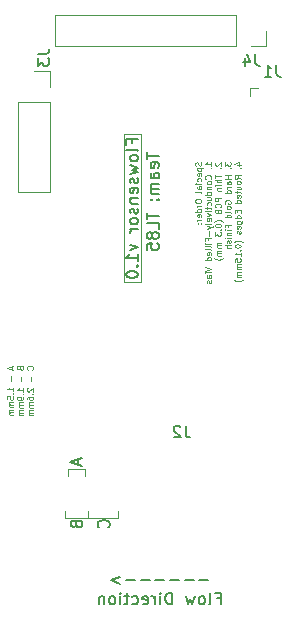
<source format=gbr>
G04 #@! TF.GenerationSoftware,KiCad,Pcbnew,5.1.5+dfsg1-2build2*
G04 #@! TF.CreationDate,2022-01-22T12:50:49-08:00*
G04 #@! TF.ProjectId,pcb_v1,7063625f-7631-42e6-9b69-6361645f7063,rev?*
G04 #@! TF.SameCoordinates,Original*
G04 #@! TF.FileFunction,Legend,Bot*
G04 #@! TF.FilePolarity,Positive*
%FSLAX46Y46*%
G04 Gerber Fmt 4.6, Leading zero omitted, Abs format (unit mm)*
G04 Created by KiCad (PCBNEW 5.1.5+dfsg1-2build2) date 2022-01-22 12:50:49*
%MOMM*%
%LPD*%
G04 APERTURE LIST*
%ADD10C,0.080000*%
%ADD11C,0.150000*%
%ADD12C,0.120000*%
G04 APERTURE END LIST*
D10*
X160503333Y-110678571D02*
X160503333Y-110916666D01*
X160646190Y-110630952D02*
X160146190Y-110797619D01*
X160646190Y-110964285D01*
X160455714Y-111511904D02*
X160455714Y-111892857D01*
X160646190Y-112773809D02*
X160646190Y-112488095D01*
X160646190Y-112630952D02*
X160146190Y-112630952D01*
X160217619Y-112583333D01*
X160265238Y-112535714D01*
X160289047Y-112488095D01*
X160598571Y-112988095D02*
X160622380Y-113011904D01*
X160646190Y-112988095D01*
X160622380Y-112964285D01*
X160598571Y-112988095D01*
X160646190Y-112988095D01*
X160146190Y-113464285D02*
X160146190Y-113226190D01*
X160384285Y-113202380D01*
X160360476Y-113226190D01*
X160336666Y-113273809D01*
X160336666Y-113392857D01*
X160360476Y-113440476D01*
X160384285Y-113464285D01*
X160431904Y-113488095D01*
X160550952Y-113488095D01*
X160598571Y-113464285D01*
X160622380Y-113440476D01*
X160646190Y-113392857D01*
X160646190Y-113273809D01*
X160622380Y-113226190D01*
X160598571Y-113202380D01*
X160646190Y-113702380D02*
X160312857Y-113702380D01*
X160360476Y-113702380D02*
X160336666Y-113726190D01*
X160312857Y-113773809D01*
X160312857Y-113845238D01*
X160336666Y-113892857D01*
X160384285Y-113916666D01*
X160646190Y-113916666D01*
X160384285Y-113916666D02*
X160336666Y-113940476D01*
X160312857Y-113988095D01*
X160312857Y-114059523D01*
X160336666Y-114107142D01*
X160384285Y-114130952D01*
X160646190Y-114130952D01*
X160646190Y-114369047D02*
X160312857Y-114369047D01*
X160360476Y-114369047D02*
X160336666Y-114392857D01*
X160312857Y-114440476D01*
X160312857Y-114511904D01*
X160336666Y-114559523D01*
X160384285Y-114583333D01*
X160646190Y-114583333D01*
X160384285Y-114583333D02*
X160336666Y-114607142D01*
X160312857Y-114654761D01*
X160312857Y-114726190D01*
X160336666Y-114773809D01*
X160384285Y-114797619D01*
X160646190Y-114797619D01*
X161214285Y-110833333D02*
X161238095Y-110904761D01*
X161261904Y-110928571D01*
X161309523Y-110952380D01*
X161380952Y-110952380D01*
X161428571Y-110928571D01*
X161452380Y-110904761D01*
X161476190Y-110857142D01*
X161476190Y-110666666D01*
X160976190Y-110666666D01*
X160976190Y-110833333D01*
X161000000Y-110880952D01*
X161023809Y-110904761D01*
X161071428Y-110928571D01*
X161119047Y-110928571D01*
X161166666Y-110904761D01*
X161190476Y-110880952D01*
X161214285Y-110833333D01*
X161214285Y-110666666D01*
X161285714Y-111547619D02*
X161285714Y-111928571D01*
X161476190Y-112809523D02*
X161476190Y-112523809D01*
X161476190Y-112666666D02*
X160976190Y-112666666D01*
X161047619Y-112619047D01*
X161095238Y-112571428D01*
X161119047Y-112523809D01*
X161428571Y-113023809D02*
X161452380Y-113047619D01*
X161476190Y-113023809D01*
X161452380Y-113000000D01*
X161428571Y-113023809D01*
X161476190Y-113023809D01*
X161476190Y-113285714D02*
X161476190Y-113380952D01*
X161452380Y-113428571D01*
X161428571Y-113452380D01*
X161357142Y-113500000D01*
X161261904Y-113523809D01*
X161071428Y-113523809D01*
X161023809Y-113500000D01*
X161000000Y-113476190D01*
X160976190Y-113428571D01*
X160976190Y-113333333D01*
X161000000Y-113285714D01*
X161023809Y-113261904D01*
X161071428Y-113238095D01*
X161190476Y-113238095D01*
X161238095Y-113261904D01*
X161261904Y-113285714D01*
X161285714Y-113333333D01*
X161285714Y-113428571D01*
X161261904Y-113476190D01*
X161238095Y-113500000D01*
X161190476Y-113523809D01*
X161476190Y-113738095D02*
X161142857Y-113738095D01*
X161190476Y-113738095D02*
X161166666Y-113761904D01*
X161142857Y-113809523D01*
X161142857Y-113880952D01*
X161166666Y-113928571D01*
X161214285Y-113952380D01*
X161476190Y-113952380D01*
X161214285Y-113952380D02*
X161166666Y-113976190D01*
X161142857Y-114023809D01*
X161142857Y-114095238D01*
X161166666Y-114142857D01*
X161214285Y-114166666D01*
X161476190Y-114166666D01*
X161476190Y-114404761D02*
X161142857Y-114404761D01*
X161190476Y-114404761D02*
X161166666Y-114428571D01*
X161142857Y-114476190D01*
X161142857Y-114547619D01*
X161166666Y-114595238D01*
X161214285Y-114619047D01*
X161476190Y-114619047D01*
X161214285Y-114619047D02*
X161166666Y-114642857D01*
X161142857Y-114690476D01*
X161142857Y-114761904D01*
X161166666Y-114809523D01*
X161214285Y-114833333D01*
X161476190Y-114833333D01*
X162258571Y-110952380D02*
X162282380Y-110928571D01*
X162306190Y-110857142D01*
X162306190Y-110809523D01*
X162282380Y-110738095D01*
X162234761Y-110690476D01*
X162187142Y-110666666D01*
X162091904Y-110642857D01*
X162020476Y-110642857D01*
X161925238Y-110666666D01*
X161877619Y-110690476D01*
X161830000Y-110738095D01*
X161806190Y-110809523D01*
X161806190Y-110857142D01*
X161830000Y-110928571D01*
X161853809Y-110952380D01*
X162115714Y-111547619D02*
X162115714Y-111928571D01*
X161853809Y-112523809D02*
X161830000Y-112547619D01*
X161806190Y-112595238D01*
X161806190Y-112714285D01*
X161830000Y-112761904D01*
X161853809Y-112785714D01*
X161901428Y-112809523D01*
X161949047Y-112809523D01*
X162020476Y-112785714D01*
X162306190Y-112500000D01*
X162306190Y-112809523D01*
X162258571Y-113023809D02*
X162282380Y-113047619D01*
X162306190Y-113023809D01*
X162282380Y-113000000D01*
X162258571Y-113023809D01*
X162306190Y-113023809D01*
X161806190Y-113476190D02*
X161806190Y-113380952D01*
X161830000Y-113333333D01*
X161853809Y-113309523D01*
X161925238Y-113261904D01*
X162020476Y-113238095D01*
X162210952Y-113238095D01*
X162258571Y-113261904D01*
X162282380Y-113285714D01*
X162306190Y-113333333D01*
X162306190Y-113428571D01*
X162282380Y-113476190D01*
X162258571Y-113500000D01*
X162210952Y-113523809D01*
X162091904Y-113523809D01*
X162044285Y-113500000D01*
X162020476Y-113476190D01*
X161996666Y-113428571D01*
X161996666Y-113333333D01*
X162020476Y-113285714D01*
X162044285Y-113261904D01*
X162091904Y-113238095D01*
X162306190Y-113738095D02*
X161972857Y-113738095D01*
X162020476Y-113738095D02*
X161996666Y-113761904D01*
X161972857Y-113809523D01*
X161972857Y-113880952D01*
X161996666Y-113928571D01*
X162044285Y-113952380D01*
X162306190Y-113952380D01*
X162044285Y-113952380D02*
X161996666Y-113976190D01*
X161972857Y-114023809D01*
X161972857Y-114095238D01*
X161996666Y-114142857D01*
X162044285Y-114166666D01*
X162306190Y-114166666D01*
X162306190Y-114404761D02*
X161972857Y-114404761D01*
X162020476Y-114404761D02*
X161996666Y-114428571D01*
X161972857Y-114476190D01*
X161972857Y-114547619D01*
X161996666Y-114595238D01*
X162044285Y-114619047D01*
X162306190Y-114619047D01*
X162044285Y-114619047D02*
X161996666Y-114642857D01*
X161972857Y-114690476D01*
X161972857Y-114761904D01*
X161996666Y-114809523D01*
X162044285Y-114833333D01*
X162306190Y-114833333D01*
D11*
X171952380Y-92559523D02*
X171952380Y-93130952D01*
X172952380Y-92845238D02*
X171952380Y-92845238D01*
X172904761Y-93845238D02*
X172952380Y-93750000D01*
X172952380Y-93559523D01*
X172904761Y-93464285D01*
X172809523Y-93416666D01*
X172428571Y-93416666D01*
X172333333Y-93464285D01*
X172285714Y-93559523D01*
X172285714Y-93750000D01*
X172333333Y-93845238D01*
X172428571Y-93892857D01*
X172523809Y-93892857D01*
X172619047Y-93416666D01*
X172952380Y-94750000D02*
X172428571Y-94750000D01*
X172333333Y-94702380D01*
X172285714Y-94607142D01*
X172285714Y-94416666D01*
X172333333Y-94321428D01*
X172904761Y-94750000D02*
X172952380Y-94654761D01*
X172952380Y-94416666D01*
X172904761Y-94321428D01*
X172809523Y-94273809D01*
X172714285Y-94273809D01*
X172619047Y-94321428D01*
X172571428Y-94416666D01*
X172571428Y-94654761D01*
X172523809Y-94750000D01*
X172952380Y-95226190D02*
X172285714Y-95226190D01*
X172380952Y-95226190D02*
X172333333Y-95273809D01*
X172285714Y-95369047D01*
X172285714Y-95511904D01*
X172333333Y-95607142D01*
X172428571Y-95654761D01*
X172952380Y-95654761D01*
X172428571Y-95654761D02*
X172333333Y-95702380D01*
X172285714Y-95797619D01*
X172285714Y-95940476D01*
X172333333Y-96035714D01*
X172428571Y-96083333D01*
X172952380Y-96083333D01*
X172857142Y-96559523D02*
X172904761Y-96607142D01*
X172952380Y-96559523D01*
X172904761Y-96511904D01*
X172857142Y-96559523D01*
X172952380Y-96559523D01*
X172333333Y-96559523D02*
X172380952Y-96607142D01*
X172428571Y-96559523D01*
X172380952Y-96511904D01*
X172333333Y-96559523D01*
X172428571Y-96559523D01*
X171952380Y-97654761D02*
X171952380Y-98226190D01*
X172952380Y-97940476D02*
X171952380Y-97940476D01*
X172952380Y-99035714D02*
X172952380Y-98559523D01*
X171952380Y-98559523D01*
X172380952Y-99511904D02*
X172333333Y-99416666D01*
X172285714Y-99369047D01*
X172190476Y-99321428D01*
X172142857Y-99321428D01*
X172047619Y-99369047D01*
X172000000Y-99416666D01*
X171952380Y-99511904D01*
X171952380Y-99702380D01*
X172000000Y-99797619D01*
X172047619Y-99845238D01*
X172142857Y-99892857D01*
X172190476Y-99892857D01*
X172285714Y-99845238D01*
X172333333Y-99797619D01*
X172380952Y-99702380D01*
X172380952Y-99511904D01*
X172428571Y-99416666D01*
X172476190Y-99369047D01*
X172571428Y-99321428D01*
X172761904Y-99321428D01*
X172857142Y-99369047D01*
X172904761Y-99416666D01*
X172952380Y-99511904D01*
X172952380Y-99702380D01*
X172904761Y-99797619D01*
X172857142Y-99845238D01*
X172761904Y-99892857D01*
X172571428Y-99892857D01*
X172476190Y-99845238D01*
X172428571Y-99797619D01*
X172380952Y-99702380D01*
X171952380Y-100797619D02*
X171952380Y-100321428D01*
X172428571Y-100273809D01*
X172380952Y-100321428D01*
X172333333Y-100416666D01*
X172333333Y-100654761D01*
X172380952Y-100750000D01*
X172428571Y-100797619D01*
X172523809Y-100845238D01*
X172761904Y-100845238D01*
X172857142Y-100797619D01*
X172904761Y-100750000D01*
X172952380Y-100654761D01*
X172952380Y-100416666D01*
X172904761Y-100321428D01*
X172857142Y-100273809D01*
D12*
X170000000Y-91000000D02*
X170000000Y-91250000D01*
X171500000Y-91000000D02*
X170000000Y-91000000D01*
X171500000Y-91250000D02*
X171500000Y-91000000D01*
X170000000Y-91250000D02*
X170000000Y-103500000D01*
X171500000Y-103500000D02*
X171500000Y-91250000D01*
X170000000Y-103500000D02*
X171500000Y-103500000D01*
D11*
X170678571Y-91800000D02*
X170678571Y-91466666D01*
X171202380Y-91466666D02*
X170202380Y-91466666D01*
X170202380Y-91942857D01*
X171202380Y-92466666D02*
X171154761Y-92371428D01*
X171059523Y-92323809D01*
X170202380Y-92323809D01*
X171202380Y-92990476D02*
X171154761Y-92895238D01*
X171107142Y-92847619D01*
X171011904Y-92800000D01*
X170726190Y-92800000D01*
X170630952Y-92847619D01*
X170583333Y-92895238D01*
X170535714Y-92990476D01*
X170535714Y-93133333D01*
X170583333Y-93228571D01*
X170630952Y-93276190D01*
X170726190Y-93323809D01*
X171011904Y-93323809D01*
X171107142Y-93276190D01*
X171154761Y-93228571D01*
X171202380Y-93133333D01*
X171202380Y-92990476D01*
X170535714Y-93657142D02*
X171202380Y-93847619D01*
X170726190Y-94038095D01*
X171202380Y-94228571D01*
X170535714Y-94419047D01*
X171154761Y-94752380D02*
X171202380Y-94847619D01*
X171202380Y-95038095D01*
X171154761Y-95133333D01*
X171059523Y-95180952D01*
X171011904Y-95180952D01*
X170916666Y-95133333D01*
X170869047Y-95038095D01*
X170869047Y-94895238D01*
X170821428Y-94800000D01*
X170726190Y-94752380D01*
X170678571Y-94752380D01*
X170583333Y-94800000D01*
X170535714Y-94895238D01*
X170535714Y-95038095D01*
X170583333Y-95133333D01*
X171154761Y-95990476D02*
X171202380Y-95895238D01*
X171202380Y-95704761D01*
X171154761Y-95609523D01*
X171059523Y-95561904D01*
X170678571Y-95561904D01*
X170583333Y-95609523D01*
X170535714Y-95704761D01*
X170535714Y-95895238D01*
X170583333Y-95990476D01*
X170678571Y-96038095D01*
X170773809Y-96038095D01*
X170869047Y-95561904D01*
X170535714Y-96466666D02*
X171202380Y-96466666D01*
X170630952Y-96466666D02*
X170583333Y-96514285D01*
X170535714Y-96609523D01*
X170535714Y-96752380D01*
X170583333Y-96847619D01*
X170678571Y-96895238D01*
X171202380Y-96895238D01*
X171154761Y-97323809D02*
X171202380Y-97419047D01*
X171202380Y-97609523D01*
X171154761Y-97704761D01*
X171059523Y-97752380D01*
X171011904Y-97752380D01*
X170916666Y-97704761D01*
X170869047Y-97609523D01*
X170869047Y-97466666D01*
X170821428Y-97371428D01*
X170726190Y-97323809D01*
X170678571Y-97323809D01*
X170583333Y-97371428D01*
X170535714Y-97466666D01*
X170535714Y-97609523D01*
X170583333Y-97704761D01*
X171202380Y-98323809D02*
X171154761Y-98228571D01*
X171107142Y-98180952D01*
X171011904Y-98133333D01*
X170726190Y-98133333D01*
X170630952Y-98180952D01*
X170583333Y-98228571D01*
X170535714Y-98323809D01*
X170535714Y-98466666D01*
X170583333Y-98561904D01*
X170630952Y-98609523D01*
X170726190Y-98657142D01*
X171011904Y-98657142D01*
X171107142Y-98609523D01*
X171154761Y-98561904D01*
X171202380Y-98466666D01*
X171202380Y-98323809D01*
X171202380Y-99085714D02*
X170535714Y-99085714D01*
X170726190Y-99085714D02*
X170630952Y-99133333D01*
X170583333Y-99180952D01*
X170535714Y-99276190D01*
X170535714Y-99371428D01*
X170535714Y-100371428D02*
X171202380Y-100609523D01*
X170535714Y-100847619D01*
X171202380Y-101752380D02*
X171202380Y-101180952D01*
X171202380Y-101466666D02*
X170202380Y-101466666D01*
X170345238Y-101371428D01*
X170440476Y-101276190D01*
X170488095Y-101180952D01*
X171107142Y-102180952D02*
X171154761Y-102228571D01*
X171202380Y-102180952D01*
X171154761Y-102133333D01*
X171107142Y-102180952D01*
X171202380Y-102180952D01*
X170202380Y-102847619D02*
X170202380Y-102942857D01*
X170250000Y-103038095D01*
X170297619Y-103085714D01*
X170392857Y-103133333D01*
X170583333Y-103180952D01*
X170821428Y-103180952D01*
X171011904Y-103133333D01*
X171107142Y-103085714D01*
X171154761Y-103038095D01*
X171202380Y-102942857D01*
X171202380Y-102847619D01*
X171154761Y-102752380D01*
X171107142Y-102704761D01*
X171011904Y-102657142D01*
X170821428Y-102609523D01*
X170583333Y-102609523D01*
X170392857Y-102657142D01*
X170297619Y-102704761D01*
X170250000Y-102752380D01*
X170202380Y-102847619D01*
X177145238Y-128796428D02*
X176383333Y-128796428D01*
X175907142Y-128796428D02*
X175145238Y-128796428D01*
X174669047Y-128796428D02*
X173907142Y-128796428D01*
X173430952Y-128796428D02*
X172669047Y-128796428D01*
X172192857Y-128796428D02*
X171430952Y-128796428D01*
X170954761Y-128796428D02*
X170192857Y-128796428D01*
X169716666Y-128510714D02*
X168954761Y-128796428D01*
X169716666Y-129082142D01*
X177859523Y-130303571D02*
X178192857Y-130303571D01*
X178192857Y-130827380D02*
X178192857Y-129827380D01*
X177716666Y-129827380D01*
X177192857Y-130827380D02*
X177288095Y-130779761D01*
X177335714Y-130684523D01*
X177335714Y-129827380D01*
X176669047Y-130827380D02*
X176764285Y-130779761D01*
X176811904Y-130732142D01*
X176859523Y-130636904D01*
X176859523Y-130351190D01*
X176811904Y-130255952D01*
X176764285Y-130208333D01*
X176669047Y-130160714D01*
X176526190Y-130160714D01*
X176430952Y-130208333D01*
X176383333Y-130255952D01*
X176335714Y-130351190D01*
X176335714Y-130636904D01*
X176383333Y-130732142D01*
X176430952Y-130779761D01*
X176526190Y-130827380D01*
X176669047Y-130827380D01*
X176002380Y-130160714D02*
X175811904Y-130827380D01*
X175621428Y-130351190D01*
X175430952Y-130827380D01*
X175240476Y-130160714D01*
X174097619Y-130827380D02*
X174097619Y-129827380D01*
X173859523Y-129827380D01*
X173716666Y-129875000D01*
X173621428Y-129970238D01*
X173573809Y-130065476D01*
X173526190Y-130255952D01*
X173526190Y-130398809D01*
X173573809Y-130589285D01*
X173621428Y-130684523D01*
X173716666Y-130779761D01*
X173859523Y-130827380D01*
X174097619Y-130827380D01*
X173097619Y-130827380D02*
X173097619Y-130160714D01*
X173097619Y-129827380D02*
X173145238Y-129875000D01*
X173097619Y-129922619D01*
X173050000Y-129875000D01*
X173097619Y-129827380D01*
X173097619Y-129922619D01*
X172621428Y-130827380D02*
X172621428Y-130160714D01*
X172621428Y-130351190D02*
X172573809Y-130255952D01*
X172526190Y-130208333D01*
X172430952Y-130160714D01*
X172335714Y-130160714D01*
X171621428Y-130779761D02*
X171716666Y-130827380D01*
X171907142Y-130827380D01*
X172002380Y-130779761D01*
X172050000Y-130684523D01*
X172050000Y-130303571D01*
X172002380Y-130208333D01*
X171907142Y-130160714D01*
X171716666Y-130160714D01*
X171621428Y-130208333D01*
X171573809Y-130303571D01*
X171573809Y-130398809D01*
X172050000Y-130494047D01*
X170716666Y-130779761D02*
X170811904Y-130827380D01*
X171002380Y-130827380D01*
X171097619Y-130779761D01*
X171145238Y-130732142D01*
X171192857Y-130636904D01*
X171192857Y-130351190D01*
X171145238Y-130255952D01*
X171097619Y-130208333D01*
X171002380Y-130160714D01*
X170811904Y-130160714D01*
X170716666Y-130208333D01*
X170430952Y-130160714D02*
X170050000Y-130160714D01*
X170288095Y-129827380D02*
X170288095Y-130684523D01*
X170240476Y-130779761D01*
X170145238Y-130827380D01*
X170050000Y-130827380D01*
X169716666Y-130827380D02*
X169716666Y-130160714D01*
X169716666Y-129827380D02*
X169764285Y-129875000D01*
X169716666Y-129922619D01*
X169669047Y-129875000D01*
X169716666Y-129827380D01*
X169716666Y-129922619D01*
X169097619Y-130827380D02*
X169192857Y-130779761D01*
X169240476Y-130732142D01*
X169288095Y-130636904D01*
X169288095Y-130351190D01*
X169240476Y-130255952D01*
X169192857Y-130208333D01*
X169097619Y-130160714D01*
X168954761Y-130160714D01*
X168859523Y-130208333D01*
X168811904Y-130255952D01*
X168764285Y-130351190D01*
X168764285Y-130636904D01*
X168811904Y-130732142D01*
X168859523Y-130779761D01*
X168954761Y-130827380D01*
X169097619Y-130827380D01*
X168335714Y-130160714D02*
X168335714Y-130827380D01*
X168335714Y-130255952D02*
X168288095Y-130208333D01*
X168192857Y-130160714D01*
X168050000Y-130160714D01*
X167954761Y-130208333D01*
X167907142Y-130303571D01*
X167907142Y-130827380D01*
X168707142Y-124309523D02*
X168754761Y-124261904D01*
X168802380Y-124119047D01*
X168802380Y-124023809D01*
X168754761Y-123880952D01*
X168659523Y-123785714D01*
X168564285Y-123738095D01*
X168373809Y-123690476D01*
X168230952Y-123690476D01*
X168040476Y-123738095D01*
X167945238Y-123785714D01*
X167850000Y-123880952D01*
X167802380Y-124023809D01*
X167802380Y-124119047D01*
X167850000Y-124261904D01*
X167897619Y-124309523D01*
D12*
X165050000Y-123500000D02*
X165050000Y-122950000D01*
X167250000Y-123500000D02*
X165050000Y-123500000D01*
D11*
X165978571Y-124071428D02*
X166026190Y-124214285D01*
X166073809Y-124261904D01*
X166169047Y-124309523D01*
X166311904Y-124309523D01*
X166407142Y-124261904D01*
X166454761Y-124214285D01*
X166502380Y-124119047D01*
X166502380Y-123738095D01*
X165502380Y-123738095D01*
X165502380Y-124071428D01*
X165550000Y-124166666D01*
X165597619Y-124214285D01*
X165692857Y-124261904D01*
X165788095Y-124261904D01*
X165883333Y-124214285D01*
X165930952Y-124166666D01*
X165978571Y-124071428D01*
X165978571Y-123738095D01*
D12*
X169550000Y-123500000D02*
X169550000Y-122950000D01*
X167250000Y-123500000D02*
X169550000Y-123500000D01*
X166950000Y-122950000D02*
X166950000Y-123500000D01*
D11*
X166166666Y-118561904D02*
X166166666Y-119038095D01*
X166452380Y-118466666D02*
X165452380Y-118800000D01*
X166452380Y-119133333D01*
D12*
X166750000Y-119350000D02*
X166750000Y-119950000D01*
X165250000Y-119350000D02*
X166750000Y-119350000D01*
X165250000Y-119950000D02*
X165250000Y-119350000D01*
D10*
X176542380Y-93397238D02*
X176566190Y-93468666D01*
X176566190Y-93587714D01*
X176542380Y-93635333D01*
X176518571Y-93659142D01*
X176470952Y-93682952D01*
X176423333Y-93682952D01*
X176375714Y-93659142D01*
X176351904Y-93635333D01*
X176328095Y-93587714D01*
X176304285Y-93492476D01*
X176280476Y-93444857D01*
X176256666Y-93421047D01*
X176209047Y-93397238D01*
X176161428Y-93397238D01*
X176113809Y-93421047D01*
X176090000Y-93444857D01*
X176066190Y-93492476D01*
X176066190Y-93611523D01*
X176090000Y-93682952D01*
X176232857Y-93897238D02*
X176732857Y-93897238D01*
X176256666Y-93897238D02*
X176232857Y-93944857D01*
X176232857Y-94040095D01*
X176256666Y-94087714D01*
X176280476Y-94111523D01*
X176328095Y-94135333D01*
X176470952Y-94135333D01*
X176518571Y-94111523D01*
X176542380Y-94087714D01*
X176566190Y-94040095D01*
X176566190Y-93944857D01*
X176542380Y-93897238D01*
X176542380Y-94540095D02*
X176566190Y-94492476D01*
X176566190Y-94397238D01*
X176542380Y-94349619D01*
X176494761Y-94325809D01*
X176304285Y-94325809D01*
X176256666Y-94349619D01*
X176232857Y-94397238D01*
X176232857Y-94492476D01*
X176256666Y-94540095D01*
X176304285Y-94563904D01*
X176351904Y-94563904D01*
X176399523Y-94325809D01*
X176542380Y-94992476D02*
X176566190Y-94944857D01*
X176566190Y-94849619D01*
X176542380Y-94802000D01*
X176518571Y-94778190D01*
X176470952Y-94754380D01*
X176328095Y-94754380D01*
X176280476Y-94778190D01*
X176256666Y-94802000D01*
X176232857Y-94849619D01*
X176232857Y-94944857D01*
X176256666Y-94992476D01*
X176566190Y-95206761D02*
X176232857Y-95206761D01*
X176066190Y-95206761D02*
X176090000Y-95182952D01*
X176113809Y-95206761D01*
X176090000Y-95230571D01*
X176066190Y-95206761D01*
X176113809Y-95206761D01*
X176566190Y-95659142D02*
X176304285Y-95659142D01*
X176256666Y-95635333D01*
X176232857Y-95587714D01*
X176232857Y-95492476D01*
X176256666Y-95444857D01*
X176542380Y-95659142D02*
X176566190Y-95611523D01*
X176566190Y-95492476D01*
X176542380Y-95444857D01*
X176494761Y-95421047D01*
X176447142Y-95421047D01*
X176399523Y-95444857D01*
X176375714Y-95492476D01*
X176375714Y-95611523D01*
X176351904Y-95659142D01*
X176566190Y-95968666D02*
X176542380Y-95921047D01*
X176494761Y-95897238D01*
X176066190Y-95897238D01*
X176066190Y-96635333D02*
X176066190Y-96730571D01*
X176090000Y-96778190D01*
X176137619Y-96825809D01*
X176232857Y-96849619D01*
X176399523Y-96849619D01*
X176494761Y-96825809D01*
X176542380Y-96778190D01*
X176566190Y-96730571D01*
X176566190Y-96635333D01*
X176542380Y-96587714D01*
X176494761Y-96540095D01*
X176399523Y-96516285D01*
X176232857Y-96516285D01*
X176137619Y-96540095D01*
X176090000Y-96587714D01*
X176066190Y-96635333D01*
X176566190Y-97063904D02*
X176232857Y-97063904D01*
X176328095Y-97063904D02*
X176280476Y-97087714D01*
X176256666Y-97111523D01*
X176232857Y-97159142D01*
X176232857Y-97206761D01*
X176566190Y-97587714D02*
X176066190Y-97587714D01*
X176542380Y-97587714D02*
X176566190Y-97540095D01*
X176566190Y-97444857D01*
X176542380Y-97397238D01*
X176518571Y-97373428D01*
X176470952Y-97349619D01*
X176328095Y-97349619D01*
X176280476Y-97373428D01*
X176256666Y-97397238D01*
X176232857Y-97444857D01*
X176232857Y-97540095D01*
X176256666Y-97587714D01*
X176542380Y-98016285D02*
X176566190Y-97968666D01*
X176566190Y-97873428D01*
X176542380Y-97825809D01*
X176494761Y-97802000D01*
X176304285Y-97802000D01*
X176256666Y-97825809D01*
X176232857Y-97873428D01*
X176232857Y-97968666D01*
X176256666Y-98016285D01*
X176304285Y-98040095D01*
X176351904Y-98040095D01*
X176399523Y-97802000D01*
X176566190Y-98254380D02*
X176232857Y-98254380D01*
X176328095Y-98254380D02*
X176280476Y-98278190D01*
X176256666Y-98302000D01*
X176232857Y-98349619D01*
X176232857Y-98397238D01*
X176518571Y-98563904D02*
X176542380Y-98587714D01*
X176566190Y-98563904D01*
X176542380Y-98540095D01*
X176518571Y-98563904D01*
X176566190Y-98563904D01*
X176256666Y-98563904D02*
X176280476Y-98587714D01*
X176304285Y-98563904D01*
X176280476Y-98540095D01*
X176256666Y-98563904D01*
X176304285Y-98563904D01*
X177396190Y-93682952D02*
X177396190Y-93397238D01*
X177396190Y-93540095D02*
X176896190Y-93540095D01*
X176967619Y-93492476D01*
X177015238Y-93444857D01*
X177039047Y-93397238D01*
X177348571Y-93897238D02*
X177372380Y-93921047D01*
X177396190Y-93897238D01*
X177372380Y-93873428D01*
X177348571Y-93897238D01*
X177396190Y-93897238D01*
X177348571Y-94802000D02*
X177372380Y-94778190D01*
X177396190Y-94706761D01*
X177396190Y-94659142D01*
X177372380Y-94587714D01*
X177324761Y-94540095D01*
X177277142Y-94516285D01*
X177181904Y-94492476D01*
X177110476Y-94492476D01*
X177015238Y-94516285D01*
X176967619Y-94540095D01*
X176920000Y-94587714D01*
X176896190Y-94659142D01*
X176896190Y-94706761D01*
X176920000Y-94778190D01*
X176943809Y-94802000D01*
X177396190Y-95087714D02*
X177372380Y-95040095D01*
X177348571Y-95016285D01*
X177300952Y-94992476D01*
X177158095Y-94992476D01*
X177110476Y-95016285D01*
X177086666Y-95040095D01*
X177062857Y-95087714D01*
X177062857Y-95159142D01*
X177086666Y-95206761D01*
X177110476Y-95230571D01*
X177158095Y-95254380D01*
X177300952Y-95254380D01*
X177348571Y-95230571D01*
X177372380Y-95206761D01*
X177396190Y-95159142D01*
X177396190Y-95087714D01*
X177062857Y-95468666D02*
X177396190Y-95468666D01*
X177110476Y-95468666D02*
X177086666Y-95492476D01*
X177062857Y-95540095D01*
X177062857Y-95611523D01*
X177086666Y-95659142D01*
X177134285Y-95682952D01*
X177396190Y-95682952D01*
X177396190Y-96135333D02*
X176896190Y-96135333D01*
X177372380Y-96135333D02*
X177396190Y-96087714D01*
X177396190Y-95992476D01*
X177372380Y-95944857D01*
X177348571Y-95921047D01*
X177300952Y-95897238D01*
X177158095Y-95897238D01*
X177110476Y-95921047D01*
X177086666Y-95944857D01*
X177062857Y-95992476D01*
X177062857Y-96087714D01*
X177086666Y-96135333D01*
X177062857Y-96587714D02*
X177396190Y-96587714D01*
X177062857Y-96373428D02*
X177324761Y-96373428D01*
X177372380Y-96397238D01*
X177396190Y-96444857D01*
X177396190Y-96516285D01*
X177372380Y-96563904D01*
X177348571Y-96587714D01*
X177372380Y-97040095D02*
X177396190Y-96992476D01*
X177396190Y-96897238D01*
X177372380Y-96849619D01*
X177348571Y-96825809D01*
X177300952Y-96802000D01*
X177158095Y-96802000D01*
X177110476Y-96825809D01*
X177086666Y-96849619D01*
X177062857Y-96897238D01*
X177062857Y-96992476D01*
X177086666Y-97040095D01*
X177062857Y-97182952D02*
X177062857Y-97373428D01*
X176896190Y-97254380D02*
X177324761Y-97254380D01*
X177372380Y-97278190D01*
X177396190Y-97325809D01*
X177396190Y-97373428D01*
X177396190Y-97540095D02*
X177062857Y-97540095D01*
X176896190Y-97540095D02*
X176920000Y-97516285D01*
X176943809Y-97540095D01*
X176920000Y-97563904D01*
X176896190Y-97540095D01*
X176943809Y-97540095D01*
X177062857Y-97730571D02*
X177396190Y-97849619D01*
X177062857Y-97968666D01*
X177372380Y-98349619D02*
X177396190Y-98302000D01*
X177396190Y-98206761D01*
X177372380Y-98159142D01*
X177324761Y-98135333D01*
X177134285Y-98135333D01*
X177086666Y-98159142D01*
X177062857Y-98206761D01*
X177062857Y-98302000D01*
X177086666Y-98349619D01*
X177134285Y-98373428D01*
X177181904Y-98373428D01*
X177229523Y-98135333D01*
X177396190Y-98659142D02*
X177372380Y-98611523D01*
X177324761Y-98587714D01*
X176896190Y-98587714D01*
X177062857Y-98802000D02*
X177396190Y-98921047D01*
X177062857Y-99040095D02*
X177396190Y-98921047D01*
X177515238Y-98873428D01*
X177539047Y-98849619D01*
X177562857Y-98802000D01*
X177205714Y-99230571D02*
X177205714Y-99611523D01*
X177134285Y-100016285D02*
X177134285Y-99849619D01*
X177396190Y-99849619D02*
X176896190Y-99849619D01*
X176896190Y-100087714D01*
X177396190Y-100278190D02*
X177062857Y-100278190D01*
X176896190Y-100278190D02*
X176920000Y-100254380D01*
X176943809Y-100278190D01*
X176920000Y-100302000D01*
X176896190Y-100278190D01*
X176943809Y-100278190D01*
X177396190Y-100587714D02*
X177372380Y-100540095D01*
X177324761Y-100516285D01*
X176896190Y-100516285D01*
X177396190Y-100849619D02*
X177372380Y-100802000D01*
X177324761Y-100778190D01*
X176896190Y-100778190D01*
X177372380Y-101230571D02*
X177396190Y-101182952D01*
X177396190Y-101087714D01*
X177372380Y-101040095D01*
X177324761Y-101016285D01*
X177134285Y-101016285D01*
X177086666Y-101040095D01*
X177062857Y-101087714D01*
X177062857Y-101182952D01*
X177086666Y-101230571D01*
X177134285Y-101254380D01*
X177181904Y-101254380D01*
X177229523Y-101016285D01*
X177396190Y-101682952D02*
X176896190Y-101682952D01*
X177372380Y-101682952D02*
X177396190Y-101635333D01*
X177396190Y-101540095D01*
X177372380Y-101492476D01*
X177348571Y-101468666D01*
X177300952Y-101444857D01*
X177158095Y-101444857D01*
X177110476Y-101468666D01*
X177086666Y-101492476D01*
X177062857Y-101540095D01*
X177062857Y-101635333D01*
X177086666Y-101682952D01*
X176896190Y-102230571D02*
X177396190Y-102397238D01*
X176896190Y-102563904D01*
X177396190Y-102730571D02*
X177062857Y-102730571D01*
X176896190Y-102730571D02*
X176920000Y-102706761D01*
X176943809Y-102730571D01*
X176920000Y-102754380D01*
X176896190Y-102730571D01*
X176943809Y-102730571D01*
X177396190Y-103182952D02*
X177134285Y-103182952D01*
X177086666Y-103159142D01*
X177062857Y-103111523D01*
X177062857Y-103016285D01*
X177086666Y-102968666D01*
X177372380Y-103182952D02*
X177396190Y-103135333D01*
X177396190Y-103016285D01*
X177372380Y-102968666D01*
X177324761Y-102944857D01*
X177277142Y-102944857D01*
X177229523Y-102968666D01*
X177205714Y-103016285D01*
X177205714Y-103135333D01*
X177181904Y-103182952D01*
X177372380Y-103397238D02*
X177396190Y-103444857D01*
X177396190Y-103540095D01*
X177372380Y-103587714D01*
X177324761Y-103611523D01*
X177300952Y-103611523D01*
X177253333Y-103587714D01*
X177229523Y-103540095D01*
X177229523Y-103468666D01*
X177205714Y-103421047D01*
X177158095Y-103397238D01*
X177134285Y-103397238D01*
X177086666Y-103421047D01*
X177062857Y-103468666D01*
X177062857Y-103540095D01*
X177086666Y-103587714D01*
X177773809Y-93397238D02*
X177750000Y-93421047D01*
X177726190Y-93468666D01*
X177726190Y-93587714D01*
X177750000Y-93635333D01*
X177773809Y-93659142D01*
X177821428Y-93682952D01*
X177869047Y-93682952D01*
X177940476Y-93659142D01*
X178226190Y-93373428D01*
X178226190Y-93682952D01*
X178178571Y-93897238D02*
X178202380Y-93921047D01*
X178226190Y-93897238D01*
X178202380Y-93873428D01*
X178178571Y-93897238D01*
X178226190Y-93897238D01*
X177726190Y-94444857D02*
X177726190Y-94730571D01*
X178226190Y-94587714D02*
X177726190Y-94587714D01*
X178226190Y-94897238D02*
X177726190Y-94897238D01*
X178226190Y-95111523D02*
X177964285Y-95111523D01*
X177916666Y-95087714D01*
X177892857Y-95040095D01*
X177892857Y-94968666D01*
X177916666Y-94921047D01*
X177940476Y-94897238D01*
X178226190Y-95349619D02*
X177892857Y-95349619D01*
X177726190Y-95349619D02*
X177750000Y-95325809D01*
X177773809Y-95349619D01*
X177750000Y-95373428D01*
X177726190Y-95349619D01*
X177773809Y-95349619D01*
X177892857Y-95587714D02*
X178226190Y-95587714D01*
X177940476Y-95587714D02*
X177916666Y-95611523D01*
X177892857Y-95659142D01*
X177892857Y-95730571D01*
X177916666Y-95778190D01*
X177964285Y-95802000D01*
X178226190Y-95802000D01*
X178226190Y-96421047D02*
X177726190Y-96421047D01*
X177726190Y-96611523D01*
X177750000Y-96659142D01*
X177773809Y-96682952D01*
X177821428Y-96706761D01*
X177892857Y-96706761D01*
X177940476Y-96682952D01*
X177964285Y-96659142D01*
X177988095Y-96611523D01*
X177988095Y-96421047D01*
X178178571Y-97206761D02*
X178202380Y-97182952D01*
X178226190Y-97111523D01*
X178226190Y-97063904D01*
X178202380Y-96992476D01*
X178154761Y-96944857D01*
X178107142Y-96921047D01*
X178011904Y-96897238D01*
X177940476Y-96897238D01*
X177845238Y-96921047D01*
X177797619Y-96944857D01*
X177750000Y-96992476D01*
X177726190Y-97063904D01*
X177726190Y-97111523D01*
X177750000Y-97182952D01*
X177773809Y-97206761D01*
X177964285Y-97587714D02*
X177988095Y-97659142D01*
X178011904Y-97682952D01*
X178059523Y-97706761D01*
X178130952Y-97706761D01*
X178178571Y-97682952D01*
X178202380Y-97659142D01*
X178226190Y-97611523D01*
X178226190Y-97421047D01*
X177726190Y-97421047D01*
X177726190Y-97587714D01*
X177750000Y-97635333D01*
X177773809Y-97659142D01*
X177821428Y-97682952D01*
X177869047Y-97682952D01*
X177916666Y-97659142D01*
X177940476Y-97635333D01*
X177964285Y-97587714D01*
X177964285Y-97421047D01*
X178416666Y-98444857D02*
X178392857Y-98421047D01*
X178321428Y-98373428D01*
X178273809Y-98349619D01*
X178202380Y-98325809D01*
X178083333Y-98302000D01*
X177988095Y-98302000D01*
X177869047Y-98325809D01*
X177797619Y-98349619D01*
X177750000Y-98373428D01*
X177678571Y-98421047D01*
X177654761Y-98444857D01*
X177726190Y-98730571D02*
X177726190Y-98778190D01*
X177750000Y-98825809D01*
X177773809Y-98849619D01*
X177821428Y-98873428D01*
X177916666Y-98897238D01*
X178035714Y-98897238D01*
X178130952Y-98873428D01*
X178178571Y-98849619D01*
X178202380Y-98825809D01*
X178226190Y-98778190D01*
X178226190Y-98730571D01*
X178202380Y-98682952D01*
X178178571Y-98659142D01*
X178130952Y-98635333D01*
X178035714Y-98611523D01*
X177916666Y-98611523D01*
X177821428Y-98635333D01*
X177773809Y-98659142D01*
X177750000Y-98682952D01*
X177726190Y-98730571D01*
X178178571Y-99111523D02*
X178202380Y-99135333D01*
X178226190Y-99111523D01*
X178202380Y-99087714D01*
X178178571Y-99111523D01*
X178226190Y-99111523D01*
X177726190Y-99302000D02*
X177726190Y-99611523D01*
X177916666Y-99444857D01*
X177916666Y-99516285D01*
X177940476Y-99563904D01*
X177964285Y-99587714D01*
X178011904Y-99611523D01*
X178130952Y-99611523D01*
X178178571Y-99587714D01*
X178202380Y-99563904D01*
X178226190Y-99516285D01*
X178226190Y-99373428D01*
X178202380Y-99325809D01*
X178178571Y-99302000D01*
X178226190Y-100206761D02*
X177892857Y-100206761D01*
X177940476Y-100206761D02*
X177916666Y-100230571D01*
X177892857Y-100278190D01*
X177892857Y-100349619D01*
X177916666Y-100397238D01*
X177964285Y-100421047D01*
X178226190Y-100421047D01*
X177964285Y-100421047D02*
X177916666Y-100444857D01*
X177892857Y-100492476D01*
X177892857Y-100563904D01*
X177916666Y-100611523D01*
X177964285Y-100635333D01*
X178226190Y-100635333D01*
X178226190Y-100873428D02*
X177892857Y-100873428D01*
X177940476Y-100873428D02*
X177916666Y-100897238D01*
X177892857Y-100944857D01*
X177892857Y-101016285D01*
X177916666Y-101063904D01*
X177964285Y-101087714D01*
X178226190Y-101087714D01*
X177964285Y-101087714D02*
X177916666Y-101111523D01*
X177892857Y-101159142D01*
X177892857Y-101230571D01*
X177916666Y-101278190D01*
X177964285Y-101302000D01*
X178226190Y-101302000D01*
X178416666Y-101492476D02*
X178392857Y-101516285D01*
X178321428Y-101563904D01*
X178273809Y-101587714D01*
X178202380Y-101611523D01*
X178083333Y-101635333D01*
X177988095Y-101635333D01*
X177869047Y-101611523D01*
X177797619Y-101587714D01*
X177750000Y-101563904D01*
X177678571Y-101516285D01*
X177654761Y-101492476D01*
X178556190Y-93373428D02*
X178556190Y-93682952D01*
X178746666Y-93516285D01*
X178746666Y-93587714D01*
X178770476Y-93635333D01*
X178794285Y-93659142D01*
X178841904Y-93682952D01*
X178960952Y-93682952D01*
X179008571Y-93659142D01*
X179032380Y-93635333D01*
X179056190Y-93587714D01*
X179056190Y-93444857D01*
X179032380Y-93397238D01*
X179008571Y-93373428D01*
X179008571Y-93897238D02*
X179032380Y-93921047D01*
X179056190Y-93897238D01*
X179032380Y-93873428D01*
X179008571Y-93897238D01*
X179056190Y-93897238D01*
X179056190Y-94516285D02*
X178556190Y-94516285D01*
X178794285Y-94516285D02*
X178794285Y-94802000D01*
X179056190Y-94802000D02*
X178556190Y-94802000D01*
X179056190Y-95254380D02*
X178794285Y-95254380D01*
X178746666Y-95230571D01*
X178722857Y-95182952D01*
X178722857Y-95087714D01*
X178746666Y-95040095D01*
X179032380Y-95254380D02*
X179056190Y-95206761D01*
X179056190Y-95087714D01*
X179032380Y-95040095D01*
X178984761Y-95016285D01*
X178937142Y-95016285D01*
X178889523Y-95040095D01*
X178865714Y-95087714D01*
X178865714Y-95206761D01*
X178841904Y-95254380D01*
X179056190Y-95492476D02*
X178722857Y-95492476D01*
X178818095Y-95492476D02*
X178770476Y-95516285D01*
X178746666Y-95540095D01*
X178722857Y-95587714D01*
X178722857Y-95635333D01*
X179056190Y-96016285D02*
X178556190Y-96016285D01*
X179032380Y-96016285D02*
X179056190Y-95968666D01*
X179056190Y-95873428D01*
X179032380Y-95825809D01*
X179008571Y-95802000D01*
X178960952Y-95778190D01*
X178818095Y-95778190D01*
X178770476Y-95802000D01*
X178746666Y-95825809D01*
X178722857Y-95873428D01*
X178722857Y-95968666D01*
X178746666Y-96016285D01*
X178580000Y-96897238D02*
X178556190Y-96849619D01*
X178556190Y-96778190D01*
X178580000Y-96706761D01*
X178627619Y-96659142D01*
X178675238Y-96635333D01*
X178770476Y-96611523D01*
X178841904Y-96611523D01*
X178937142Y-96635333D01*
X178984761Y-96659142D01*
X179032380Y-96706761D01*
X179056190Y-96778190D01*
X179056190Y-96825809D01*
X179032380Y-96897238D01*
X179008571Y-96921047D01*
X178841904Y-96921047D01*
X178841904Y-96825809D01*
X179056190Y-97206761D02*
X179032380Y-97159142D01*
X179008571Y-97135333D01*
X178960952Y-97111523D01*
X178818095Y-97111523D01*
X178770476Y-97135333D01*
X178746666Y-97159142D01*
X178722857Y-97206761D01*
X178722857Y-97278190D01*
X178746666Y-97325809D01*
X178770476Y-97349619D01*
X178818095Y-97373428D01*
X178960952Y-97373428D01*
X179008571Y-97349619D01*
X179032380Y-97325809D01*
X179056190Y-97278190D01*
X179056190Y-97206761D01*
X179056190Y-97659142D02*
X179032380Y-97611523D01*
X178984761Y-97587714D01*
X178556190Y-97587714D01*
X179056190Y-98063904D02*
X178556190Y-98063904D01*
X179032380Y-98063904D02*
X179056190Y-98016285D01*
X179056190Y-97921047D01*
X179032380Y-97873428D01*
X179008571Y-97849619D01*
X178960952Y-97825809D01*
X178818095Y-97825809D01*
X178770476Y-97849619D01*
X178746666Y-97873428D01*
X178722857Y-97921047D01*
X178722857Y-98016285D01*
X178746666Y-98063904D01*
X178794285Y-98849619D02*
X178794285Y-98682952D01*
X179056190Y-98682952D02*
X178556190Y-98682952D01*
X178556190Y-98921047D01*
X179056190Y-99111523D02*
X178722857Y-99111523D01*
X178556190Y-99111523D02*
X178580000Y-99087714D01*
X178603809Y-99111523D01*
X178580000Y-99135333D01*
X178556190Y-99111523D01*
X178603809Y-99111523D01*
X178722857Y-99349619D02*
X179056190Y-99349619D01*
X178770476Y-99349619D02*
X178746666Y-99373428D01*
X178722857Y-99421047D01*
X178722857Y-99492476D01*
X178746666Y-99540095D01*
X178794285Y-99563904D01*
X179056190Y-99563904D01*
X179056190Y-99802000D02*
X178722857Y-99802000D01*
X178556190Y-99802000D02*
X178580000Y-99778190D01*
X178603809Y-99802000D01*
X178580000Y-99825809D01*
X178556190Y-99802000D01*
X178603809Y-99802000D01*
X179032380Y-100016285D02*
X179056190Y-100063904D01*
X179056190Y-100159142D01*
X179032380Y-100206761D01*
X178984761Y-100230571D01*
X178960952Y-100230571D01*
X178913333Y-100206761D01*
X178889523Y-100159142D01*
X178889523Y-100087714D01*
X178865714Y-100040095D01*
X178818095Y-100016285D01*
X178794285Y-100016285D01*
X178746666Y-100040095D01*
X178722857Y-100087714D01*
X178722857Y-100159142D01*
X178746666Y-100206761D01*
X179056190Y-100444857D02*
X178556190Y-100444857D01*
X179056190Y-100659142D02*
X178794285Y-100659142D01*
X178746666Y-100635333D01*
X178722857Y-100587714D01*
X178722857Y-100516285D01*
X178746666Y-100468666D01*
X178770476Y-100444857D01*
X179552857Y-93635333D02*
X179886190Y-93635333D01*
X179362380Y-93516285D02*
X179719523Y-93397238D01*
X179719523Y-93706761D01*
X179838571Y-93897238D02*
X179862380Y-93921047D01*
X179886190Y-93897238D01*
X179862380Y-93873428D01*
X179838571Y-93897238D01*
X179886190Y-93897238D01*
X179886190Y-94802000D02*
X179648095Y-94635333D01*
X179886190Y-94516285D02*
X179386190Y-94516285D01*
X179386190Y-94706761D01*
X179410000Y-94754380D01*
X179433809Y-94778190D01*
X179481428Y-94802000D01*
X179552857Y-94802000D01*
X179600476Y-94778190D01*
X179624285Y-94754380D01*
X179648095Y-94706761D01*
X179648095Y-94516285D01*
X179886190Y-95087714D02*
X179862380Y-95040095D01*
X179838571Y-95016285D01*
X179790952Y-94992476D01*
X179648095Y-94992476D01*
X179600476Y-95016285D01*
X179576666Y-95040095D01*
X179552857Y-95087714D01*
X179552857Y-95159142D01*
X179576666Y-95206761D01*
X179600476Y-95230571D01*
X179648095Y-95254380D01*
X179790952Y-95254380D01*
X179838571Y-95230571D01*
X179862380Y-95206761D01*
X179886190Y-95159142D01*
X179886190Y-95087714D01*
X179552857Y-95682952D02*
X179886190Y-95682952D01*
X179552857Y-95468666D02*
X179814761Y-95468666D01*
X179862380Y-95492476D01*
X179886190Y-95540095D01*
X179886190Y-95611523D01*
X179862380Y-95659142D01*
X179838571Y-95682952D01*
X179552857Y-95849619D02*
X179552857Y-96040095D01*
X179386190Y-95921047D02*
X179814761Y-95921047D01*
X179862380Y-95944857D01*
X179886190Y-95992476D01*
X179886190Y-96040095D01*
X179862380Y-96397238D02*
X179886190Y-96349619D01*
X179886190Y-96254380D01*
X179862380Y-96206761D01*
X179814761Y-96182952D01*
X179624285Y-96182952D01*
X179576666Y-96206761D01*
X179552857Y-96254380D01*
X179552857Y-96349619D01*
X179576666Y-96397238D01*
X179624285Y-96421047D01*
X179671904Y-96421047D01*
X179719523Y-96182952D01*
X179886190Y-96849619D02*
X179386190Y-96849619D01*
X179862380Y-96849619D02*
X179886190Y-96802000D01*
X179886190Y-96706761D01*
X179862380Y-96659142D01*
X179838571Y-96635333D01*
X179790952Y-96611523D01*
X179648095Y-96611523D01*
X179600476Y-96635333D01*
X179576666Y-96659142D01*
X179552857Y-96706761D01*
X179552857Y-96802000D01*
X179576666Y-96849619D01*
X179624285Y-97468666D02*
X179624285Y-97635333D01*
X179886190Y-97706761D02*
X179886190Y-97468666D01*
X179386190Y-97468666D01*
X179386190Y-97706761D01*
X179886190Y-98135333D02*
X179386190Y-98135333D01*
X179862380Y-98135333D02*
X179886190Y-98087714D01*
X179886190Y-97992476D01*
X179862380Y-97944857D01*
X179838571Y-97921047D01*
X179790952Y-97897238D01*
X179648095Y-97897238D01*
X179600476Y-97921047D01*
X179576666Y-97944857D01*
X179552857Y-97992476D01*
X179552857Y-98087714D01*
X179576666Y-98135333D01*
X179552857Y-98587714D02*
X179957619Y-98587714D01*
X180005238Y-98563904D01*
X180029047Y-98540095D01*
X180052857Y-98492476D01*
X180052857Y-98421047D01*
X180029047Y-98373428D01*
X179862380Y-98587714D02*
X179886190Y-98540095D01*
X179886190Y-98444857D01*
X179862380Y-98397238D01*
X179838571Y-98373428D01*
X179790952Y-98349619D01*
X179648095Y-98349619D01*
X179600476Y-98373428D01*
X179576666Y-98397238D01*
X179552857Y-98444857D01*
X179552857Y-98540095D01*
X179576666Y-98587714D01*
X179862380Y-99016285D02*
X179886190Y-98968666D01*
X179886190Y-98873428D01*
X179862380Y-98825809D01*
X179814761Y-98802000D01*
X179624285Y-98802000D01*
X179576666Y-98825809D01*
X179552857Y-98873428D01*
X179552857Y-98968666D01*
X179576666Y-99016285D01*
X179624285Y-99040095D01*
X179671904Y-99040095D01*
X179719523Y-98802000D01*
X179862380Y-99230571D02*
X179886190Y-99278190D01*
X179886190Y-99373428D01*
X179862380Y-99421047D01*
X179814761Y-99444857D01*
X179790952Y-99444857D01*
X179743333Y-99421047D01*
X179719523Y-99373428D01*
X179719523Y-99302000D01*
X179695714Y-99254380D01*
X179648095Y-99230571D01*
X179624285Y-99230571D01*
X179576666Y-99254380D01*
X179552857Y-99302000D01*
X179552857Y-99373428D01*
X179576666Y-99421047D01*
X180076666Y-100182952D02*
X180052857Y-100159142D01*
X179981428Y-100111523D01*
X179933809Y-100087714D01*
X179862380Y-100063904D01*
X179743333Y-100040095D01*
X179648095Y-100040095D01*
X179529047Y-100063904D01*
X179457619Y-100087714D01*
X179410000Y-100111523D01*
X179338571Y-100159142D01*
X179314761Y-100182952D01*
X179386190Y-100468666D02*
X179386190Y-100516285D01*
X179410000Y-100563904D01*
X179433809Y-100587714D01*
X179481428Y-100611523D01*
X179576666Y-100635333D01*
X179695714Y-100635333D01*
X179790952Y-100611523D01*
X179838571Y-100587714D01*
X179862380Y-100563904D01*
X179886190Y-100516285D01*
X179886190Y-100468666D01*
X179862380Y-100421047D01*
X179838571Y-100397238D01*
X179790952Y-100373428D01*
X179695714Y-100349619D01*
X179576666Y-100349619D01*
X179481428Y-100373428D01*
X179433809Y-100397238D01*
X179410000Y-100421047D01*
X179386190Y-100468666D01*
X179838571Y-100849619D02*
X179862380Y-100873428D01*
X179886190Y-100849619D01*
X179862380Y-100825809D01*
X179838571Y-100849619D01*
X179886190Y-100849619D01*
X179886190Y-101349619D02*
X179886190Y-101063904D01*
X179886190Y-101206761D02*
X179386190Y-101206761D01*
X179457619Y-101159142D01*
X179505238Y-101111523D01*
X179529047Y-101063904D01*
X179386190Y-101802000D02*
X179386190Y-101563904D01*
X179624285Y-101540095D01*
X179600476Y-101563904D01*
X179576666Y-101611523D01*
X179576666Y-101730571D01*
X179600476Y-101778190D01*
X179624285Y-101802000D01*
X179671904Y-101825809D01*
X179790952Y-101825809D01*
X179838571Y-101802000D01*
X179862380Y-101778190D01*
X179886190Y-101730571D01*
X179886190Y-101611523D01*
X179862380Y-101563904D01*
X179838571Y-101540095D01*
X179886190Y-102040095D02*
X179552857Y-102040095D01*
X179600476Y-102040095D02*
X179576666Y-102063904D01*
X179552857Y-102111523D01*
X179552857Y-102182952D01*
X179576666Y-102230571D01*
X179624285Y-102254380D01*
X179886190Y-102254380D01*
X179624285Y-102254380D02*
X179576666Y-102278190D01*
X179552857Y-102325809D01*
X179552857Y-102397238D01*
X179576666Y-102444857D01*
X179624285Y-102468666D01*
X179886190Y-102468666D01*
X179886190Y-102706761D02*
X179552857Y-102706761D01*
X179600476Y-102706761D02*
X179576666Y-102730571D01*
X179552857Y-102778190D01*
X179552857Y-102849619D01*
X179576666Y-102897238D01*
X179624285Y-102921047D01*
X179886190Y-102921047D01*
X179624285Y-102921047D02*
X179576666Y-102944857D01*
X179552857Y-102992476D01*
X179552857Y-103063904D01*
X179576666Y-103111523D01*
X179624285Y-103135333D01*
X179886190Y-103135333D01*
X180076666Y-103325809D02*
X180052857Y-103349619D01*
X179981428Y-103397238D01*
X179933809Y-103421047D01*
X179862380Y-103444857D01*
X179743333Y-103468666D01*
X179648095Y-103468666D01*
X179529047Y-103444857D01*
X179457619Y-103421047D01*
X179410000Y-103397238D01*
X179338571Y-103349619D01*
X179314761Y-103325809D01*
D12*
X182080000Y-83580000D02*
X182080000Y-82250000D01*
X180750000Y-83580000D02*
X182080000Y-83580000D01*
X179480000Y-83580000D02*
X179480000Y-80920000D01*
X179480000Y-80920000D02*
X164180000Y-80920000D01*
X179480000Y-83580000D02*
X164180000Y-83580000D01*
X164180000Y-83580000D02*
X164180000Y-80920000D01*
X163730000Y-85670000D02*
X162400000Y-85670000D01*
X163730000Y-87000000D02*
X163730000Y-85670000D01*
X163730000Y-88270000D02*
X161070000Y-88270000D01*
X161070000Y-88270000D02*
X161070000Y-95950000D01*
X163730000Y-88270000D02*
X163730000Y-95950000D01*
X163730000Y-95950000D02*
X161070000Y-95950000D01*
X181330000Y-87130000D02*
X180695000Y-87130000D01*
X180695000Y-87130000D02*
X180695000Y-87765000D01*
D11*
X175233333Y-115702380D02*
X175233333Y-116416666D01*
X175280952Y-116559523D01*
X175376190Y-116654761D01*
X175519047Y-116702380D01*
X175614285Y-116702380D01*
X174804761Y-115797619D02*
X174757142Y-115750000D01*
X174661904Y-115702380D01*
X174423809Y-115702380D01*
X174328571Y-115750000D01*
X174280952Y-115797619D01*
X174233333Y-115892857D01*
X174233333Y-115988095D01*
X174280952Y-116130952D01*
X174852380Y-116702380D01*
X174233333Y-116702380D01*
X181133333Y-84252380D02*
X181133333Y-84966666D01*
X181180952Y-85109523D01*
X181276190Y-85204761D01*
X181419047Y-85252380D01*
X181514285Y-85252380D01*
X180228571Y-84585714D02*
X180228571Y-85252380D01*
X180466666Y-84204761D02*
X180704761Y-84919047D01*
X180085714Y-84919047D01*
X162702380Y-84216666D02*
X163416666Y-84216666D01*
X163559523Y-84169047D01*
X163654761Y-84073809D01*
X163702380Y-83930952D01*
X163702380Y-83835714D01*
X162702380Y-84597619D02*
X162702380Y-85216666D01*
X163083333Y-84883333D01*
X163083333Y-85026190D01*
X163130952Y-85121428D01*
X163178571Y-85169047D01*
X163273809Y-85216666D01*
X163511904Y-85216666D01*
X163607142Y-85169047D01*
X163654761Y-85121428D01*
X163702380Y-85026190D01*
X163702380Y-84740476D01*
X163654761Y-84645238D01*
X163607142Y-84597619D01*
X182933333Y-85152380D02*
X182933333Y-85866666D01*
X182980952Y-86009523D01*
X183076190Y-86104761D01*
X183219047Y-86152380D01*
X183314285Y-86152380D01*
X181933333Y-86152380D02*
X182504761Y-86152380D01*
X182219047Y-86152380D02*
X182219047Y-85152380D01*
X182314285Y-85295238D01*
X182409523Y-85390476D01*
X182504761Y-85438095D01*
M02*

</source>
